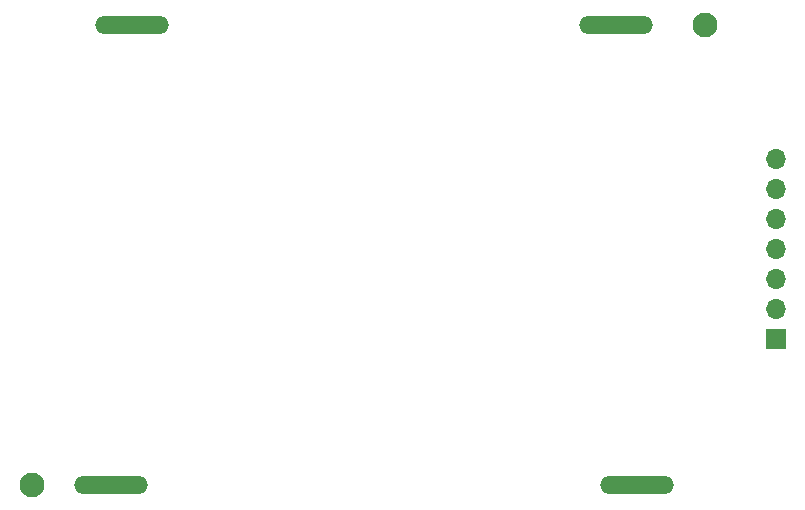
<source format=gbr>
%TF.GenerationSoftware,KiCad,Pcbnew,7.0.7*%
%TF.CreationDate,2023-09-16T22:14:34+02:00*%
%TF.ProjectId,oled242,6f6c6564-3234-4322-9e6b-696361645f70,rev?*%
%TF.SameCoordinates,Original*%
%TF.FileFunction,Soldermask,Bot*%
%TF.FilePolarity,Negative*%
%FSLAX46Y46*%
G04 Gerber Fmt 4.6, Leading zero omitted, Abs format (unit mm)*
G04 Created by KiCad (PCBNEW 7.0.7) date 2023-09-16 22:14:34*
%MOMM*%
%LPD*%
G01*
G04 APERTURE LIST*
%ADD10O,6.250000X1.500000*%
%ADD11R,1.700000X1.700000*%
%ADD12O,1.700000X1.700000*%
%ADD13C,2.100000*%
G04 APERTURE END LIST*
D10*
%TO.C,TP2*%
X57500000Y-3000000D03*
%TD*%
D11*
%TO.C,J3*%
X71000000Y-29625000D03*
D12*
X71000000Y-27085000D03*
X71000000Y-24545000D03*
X71000000Y-22005000D03*
X71000000Y-19465000D03*
X71000000Y-16925000D03*
X71000000Y-14385000D03*
%TD*%
D13*
%TO.C,REF\u002A\u002A*%
X8000000Y-42000000D03*
%TD*%
D10*
%TO.C,TP4*%
X59250000Y-42000000D03*
%TD*%
%TO.C,TP3*%
X14750000Y-42000000D03*
%TD*%
D13*
%TO.C,REF\u002A\u002A*%
X65000000Y-3000000D03*
%TD*%
D10*
%TO.C,TP1*%
X16500000Y-3000000D03*
%TD*%
M02*

</source>
